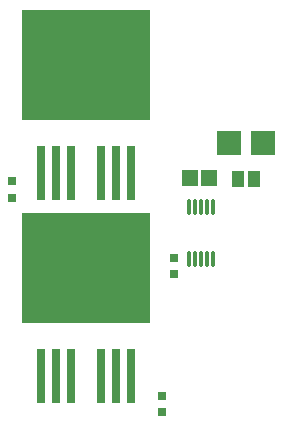
<source format=gtp>
G04*
G04 #@! TF.GenerationSoftware,Altium Limited,Altium Designer,24.10.1 (45)*
G04*
G04 Layer_Color=8421504*
%FSLAX44Y44*%
%MOMM*%
G71*
G04*
G04 #@! TF.SameCoordinates,4BA20A26-6699-4CC0-9CF9-A882EA70ABF6*
G04*
G04*
G04 #@! TF.FilePolarity,Positive*
G04*
G01*
G75*
%ADD17R,2.1000X2.0000*%
%ADD18R,10.8000X9.4000*%
%ADD19R,0.8000X4.6000*%
%ADD20R,1.3500X1.4500*%
G04:AMPARAMS|DCode=21|XSize=0.76mm|YSize=0.6604mm|CornerRadius=0.0825mm|HoleSize=0mm|Usage=FLASHONLY|Rotation=180.000|XOffset=0mm|YOffset=0mm|HoleType=Round|Shape=RoundedRectangle|*
%AMROUNDEDRECTD21*
21,1,0.7600,0.4953,0,0,180.0*
21,1,0.5949,0.6604,0,0,180.0*
1,1,0.1651,-0.2975,0.2477*
1,1,0.1651,0.2975,0.2477*
1,1,0.1651,0.2975,-0.2477*
1,1,0.1651,-0.2975,-0.2477*
%
%ADD21ROUNDEDRECTD21*%
%ADD22R,1.1000X1.3500*%
G04:AMPARAMS|DCode=23|XSize=0.3mm|YSize=1.35mm|CornerRadius=0.0495mm|HoleSize=0mm|Usage=FLASHONLY|Rotation=0.000|XOffset=0mm|YOffset=0mm|HoleType=Round|Shape=RoundedRectangle|*
%AMROUNDEDRECTD23*
21,1,0.3000,1.2510,0,0,0.0*
21,1,0.2010,1.3500,0,0,0.0*
1,1,0.0990,0.1005,-0.6255*
1,1,0.0990,-0.1005,-0.6255*
1,1,0.0990,-0.1005,0.6255*
1,1,0.0990,0.1005,0.6255*
%
%ADD23ROUNDEDRECTD23*%
D17*
X499640Y368300D02*
D03*
X470640D02*
D03*
D18*
X349758Y434146D02*
D03*
Y262396D02*
D03*
D19*
X387858Y342646D02*
D03*
X375158D02*
D03*
X362458D02*
D03*
X337058D02*
D03*
X324358D02*
D03*
X311658D02*
D03*
X387858Y170896D02*
D03*
X375158D02*
D03*
X362458D02*
D03*
X337058D02*
D03*
X324358D02*
D03*
X311658D02*
D03*
D20*
X454020Y339090D02*
D03*
X437520D02*
D03*
D21*
X287020Y335930D02*
D03*
Y321930D02*
D03*
X414020Y140320D02*
D03*
Y154320D02*
D03*
X423926Y257160D02*
D03*
Y271160D02*
D03*
D22*
X478140Y337820D02*
D03*
X492140D02*
D03*
D23*
X437040Y314350D02*
D03*
X442040D02*
D03*
X447040D02*
D03*
X452040D02*
D03*
X437040Y269850D02*
D03*
X442040D02*
D03*
X447040D02*
D03*
X452040D02*
D03*
X457040Y314350D02*
D03*
Y269850D02*
D03*
M02*

</source>
